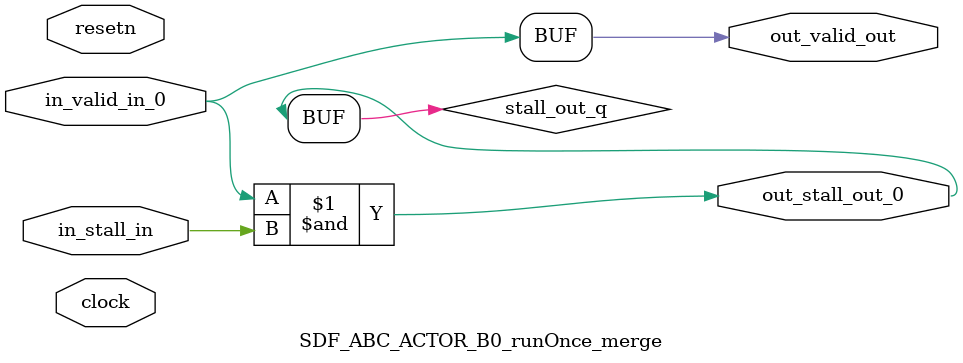
<source format=sv>



(* altera_attribute = "-name AUTO_SHIFT_REGISTER_RECOGNITION OFF; -name MESSAGE_DISABLE 10036; -name MESSAGE_DISABLE 10037; -name MESSAGE_DISABLE 14130; -name MESSAGE_DISABLE 14320; -name MESSAGE_DISABLE 15400; -name MESSAGE_DISABLE 14130; -name MESSAGE_DISABLE 10036; -name MESSAGE_DISABLE 12020; -name MESSAGE_DISABLE 12030; -name MESSAGE_DISABLE 12010; -name MESSAGE_DISABLE 12110; -name MESSAGE_DISABLE 14320; -name MESSAGE_DISABLE 13410; -name MESSAGE_DISABLE 113007; -name MESSAGE_DISABLE 10958" *)
module SDF_ABC_ACTOR_B0_runOnce_merge (
    input wire [0:0] in_stall_in,
    input wire [0:0] in_valid_in_0,
    output wire [0:0] out_stall_out_0,
    output wire [0:0] out_valid_out,
    input wire clock,
    input wire resetn
    );

    wire [0:0] stall_out_q;


    // stall_out(LOGICAL,6)
    assign stall_out_q = in_valid_in_0 & in_stall_in;

    // out_stall_out_0(GPOUT,4)
    assign out_stall_out_0 = stall_out_q;

    // out_valid_out(GPOUT,5)
    assign out_valid_out = in_valid_in_0;

endmodule

</source>
